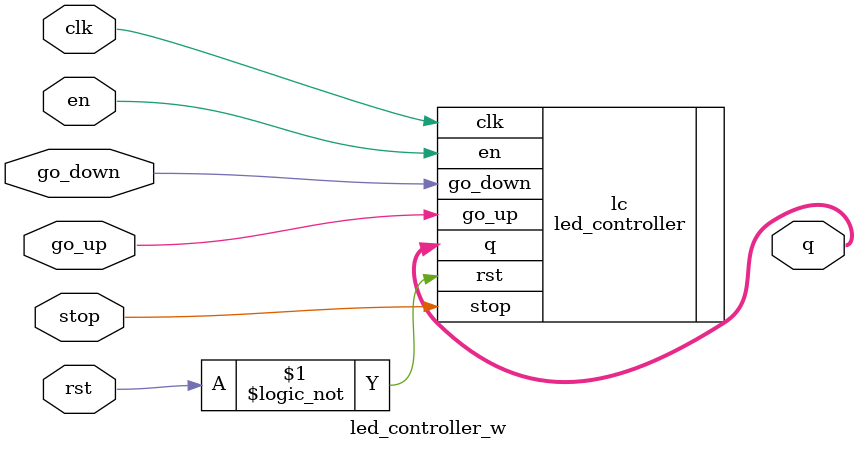
<source format=v>
`timescale 1ns / 1ps
`default_nettype none

module led_controller_w(
    input wire clk,
    input wire rst,
    input wire en,
    input wire go_up,
    input wire go_down,
    input wire stop,
    output wire[3:0] q);

led_controller lc (
    .clk(clk),
    .rst(!rst),
    .en(en),
    .go_up(go_up),
    .go_down(go_down),
    .stop(stop),
    .q(q));
    
endmodule

`default_nettype wire
    

</source>
